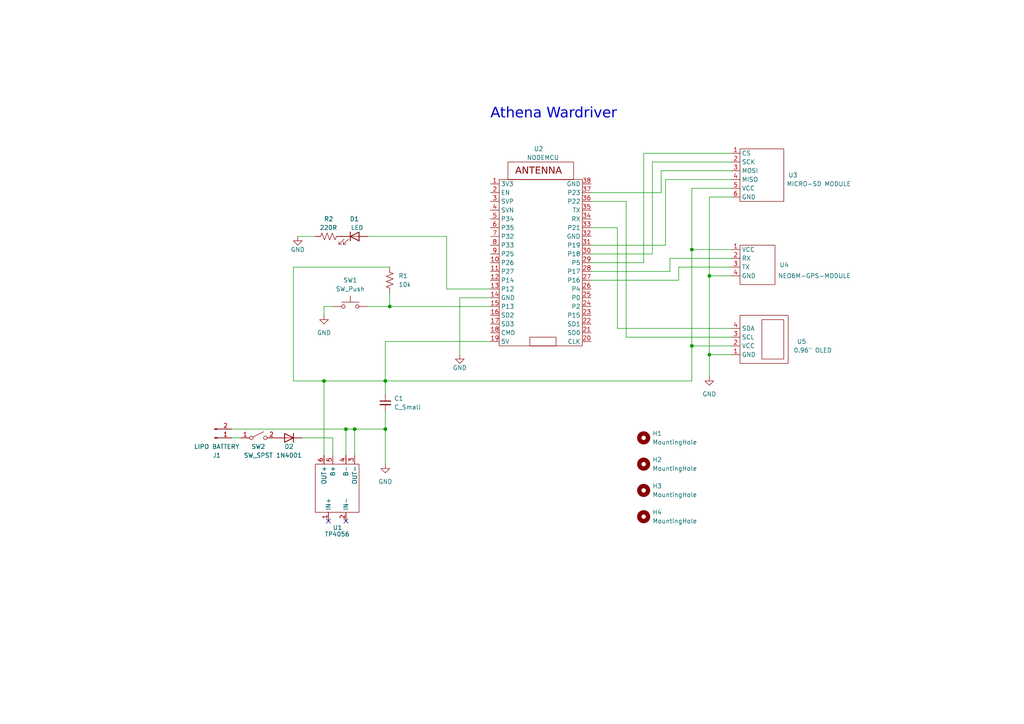
<source format=kicad_sch>
(kicad_sch (version 20230121) (generator eeschema)
  (paper "A4")
  (lib_symbols
    (symbol "Connector:Conn_01x02_Pin" (pin_names (offset 1.016) hide)
      (property "Reference" "J" (at 0 2.54 0))
      (property "Value" "Conn_01x02_Pin" (at 0 -5.08 0))
      (symbol "Conn_01x02_Pin_1_1"
        (polyline (pts (xy 1.27 -2.54) (xy 0.8636 -2.54)) (stroke (width 0.1524)))
        (polyline (pts (xy 1.27 0) (xy 0.8636 0)) (stroke (width 0.1524)))
        (rectangle (start 0.8636 -2.413) (end 0 -2.667) (stroke (width 0.1524)) (fill (type outline)))
        (rectangle (start 0.8636 0.127) (end 0 -0.127) (stroke (width 0.1524)) (fill (type outline)))
        (pin passive line (at 5.08 0 180) (length 3.81) (name "Pin_1") (number "1"))
        (pin passive line (at 5.08 -2.54 180) (length 3.81) (name "Pin_2") (number "2"))
      )
    )
    (symbol "Device:C_Small" (pin_numbers hide) (pin_names (offset 0.254) hide)
      (property "Reference" "C" (at 0.254 1.778 0))
      (property "Value" "C_Small" (at 0.254 -2.032 0))
      (symbol "C_Small_0_1"
        (polyline (pts (xy -1.524 -0.508) (xy 1.524 -0.508)) (stroke (width 0.3302)))
        (polyline (pts (xy -1.524 0.508) (xy 1.524 0.508)) (stroke (width 0.3048)))
      )
      (symbol "C_Small_1_1"
        (pin passive line (at 0 2.54 270) (length 2.032) (name "~") (number "1"))
        (pin passive line (at 0 -2.54 90) (length 2.032) (name "~") (number "2"))
      )
    )
    (symbol "Device:LED" (pin_numbers hide) (pin_names (offset 1.016) hide)
      (property "Reference" "D" (at 0 2.54 0))
      (property "Value" "LED" (at 0 -2.54 0))
      (symbol "LED_0_1"
        (polyline (pts (xy -1.27 -1.27) (xy -1.27 1.27)) (stroke (width 0.254)))
        (polyline (pts (xy -1.27 0) (xy 1.27 0)))
        (polyline (pts (xy 1.27 -1.27) (xy 1.27 1.27) (xy -1.27 0) (xy 1.27 -1.27)) (stroke (width 0.254)))
        (polyline (pts (xy -3.048 -0.762) (xy -4.572 -2.286) (xy -3.81 -2.286) (xy -4.572 -2.286) (xy -4.572 -1.524)))
        (polyline (pts (xy -1.778 -0.762) (xy -3.302 -2.286) (xy -2.54 -2.286) (xy -3.302 -2.286) (xy -3.302 -1.524)))
      )
      (symbol "LED_1_1"
        (pin passive line (at -3.81 0 0) (length 2.54) (name "K") (number "1"))
        (pin passive line (at 3.81 0 180) (length 2.54) (name "A") (number "2"))
      )
    )
    (symbol "Device:R_US" (pin_numbers hide) (pin_names (offset 0))
      (property "Reference" "R" (at 2.54 0 90))
      (property "Value" "R_US" (at -2.54 0 90))
      (symbol "R_US_0_1"
        (polyline (pts (xy 0 -2.286) (xy 0 -2.54)))
        (polyline (pts (xy 0 2.286) (xy 0 2.54)))
        (polyline (pts (xy 0 -0.762) (xy 1.016 -1.143) (xy 0 -1.524) (xy -1.016 -1.905) (xy 0 -2.286)))
        (polyline (pts (xy 0 0.762) (xy 1.016 0.381) (xy 0 0) (xy -1.016 -0.381) (xy 0 -0.762)))
        (polyline (pts (xy 0 2.286) (xy 1.016 1.905) (xy 0 1.524) (xy -1.016 1.143) (xy 0 0.762)))
      )
      (symbol "R_US_1_1"
        (pin passive line (at 0 3.81 270) (length 1.27) (name "~") (number "1"))
        (pin passive line (at 0 -3.81 90) (length 1.27) (name "~") (number "2"))
      )
    )
    (symbol "Diode:1N4001" (pin_numbers hide) (pin_names hide)
      (property "Reference" "D" (at 0 2.54 0))
      (property "Value" "1N4001" (at 0 -2.54 0))
      (symbol "1N4001_0_1"
        (polyline (pts (xy -1.27 1.27) (xy -1.27 -1.27)) (stroke (width 0.254)))
        (polyline (pts (xy 1.27 0) (xy -1.27 0)))
        (polyline (pts (xy 1.27 1.27) (xy 1.27 -1.27) (xy -1.27 0) (xy 1.27 1.27)) (stroke (width 0.254)))
      )
      (symbol "1N4001_1_1"
        (pin passive line (at -3.81 0 0) (length 2.54) (name "K") (number "1"))
        (pin passive line (at 3.81 0 180) (length 2.54) (name "A") (number "2"))
      )
    )
    (symbol "Mechanical:MountingHole" (pin_names (offset 1.016))
      (property "Reference" "H" (at 0 5.08 0))
      (property "Value" "MountingHole" (at 0 3.175 0))
      (symbol "MountingHole_0_1"
        (circle (center 0 0) (radius 1.27) (stroke (width 1.27)))
      )
    )
    (symbol "Switch:SW_Push" (pin_numbers hide) (pin_names (offset 1.016) hide)
      (property "Reference" "SW" (at 1.27 2.54 0))
      (property "Value" "SW_Push" (at 0 -1.524 0))
      (symbol "SW_Push_0_1"
        (circle (center -2.032 0) (radius 0.508))
        (polyline (pts (xy 0 1.27) (xy 0 3.048)))
        (polyline (pts (xy 2.54 1.27) (xy -2.54 1.27)))
        (circle (center 2.032 0) (radius 0.508))
        (pin passive line (at -5.08 0 0) (length 2.54) (name "1") (number "1"))
        (pin passive line (at 5.08 0 180) (length 2.54) (name "2") (number "2"))
      )
    )
    (symbol "Switch:SW_SPST" (pin_names (offset 0) hide)
      (property "Reference" "SW" (at 0 3.175 0))
      (property "Value" "SW_SPST" (at 0 -2.54 0))
      (symbol "SW_SPST_0_0"
        (circle (center -2.032 0) (radius 0.508))
        (polyline (pts (xy -1.524 0.254) (xy 1.524 1.778)))
        (circle (center 2.032 0) (radius 0.508))
      )
      (symbol "SW_SPST_1_1"
        (pin passive line (at -5.08 0 0) (length 2.54) (name "A") (number "1"))
        (pin passive line (at 5.08 0 180) (length 2.54) (name "B") (number "2"))
      )
    )
    (symbol "custom-modules:AITHINKER-NODEMCU"
      (property "Reference" "U" (at 12.7 8.89 0))
      (property "Value" "NODEMCU" (at 12.7 6.35 0))
      (symbol "AITHINKER-NODEMCU_0_1"
        (rectangle (start 0 0) (end 24.13 -48.26))
        (rectangle (start 2.54 5.08) (end 21.59 0))
      )
      (symbol "AITHINKER-NODEMCU_1_1"
        (rectangle (start 8.89 -45.72) (end 16.51 -48.26))
        (text "ANTENNA" (at 11.43 2.54 0) (effects (font (size 2 2))))
        (pin input line (at -2.54 -1.27 0) (length 2.54) (name "3V3") (number "1"))
        (pin input line (at -2.54 -24.13 0) (length 2.54) (name "P26") (number "10"))
        (pin input line (at -2.54 -26.67 0) (length 2.54) (name "P27") (number "11"))
        (pin input line (at -2.54 -29.21 0) (length 2.54) (name "P14") (number "12"))
        (pin input line (at -2.54 -31.75 0) (length 2.54) (name "P12") (number "13"))
        (pin input line (at -2.54 -34.29 0) (length 2.54) (name "GND") (number "14"))
        (pin input line (at -2.54 -36.83 0) (length 2.54) (name "P13") (number "15"))
        (pin input line (at -2.54 -39.37 0) (length 2.54) (name "SD2") (number "16"))
        (pin input line (at -2.54 -41.91 0) (length 2.54) (name "SD3") (number "17"))
        (pin input line (at -2.54 -44.45 0) (length 2.54) (name "CMD") (number "18"))
        (pin input line (at -2.54 -46.99 0) (length 2.54) (name "5V") (number "19"))
        (pin input line (at -2.54 -3.81 0) (length 2.54) (name "EN") (number "2"))
        (pin input line (at 26.67 -46.99 180) (length 2.54) (name "CLK") (number "20"))
        (pin input line (at 26.67 -44.45 180) (length 2.54) (name "SD0") (number "21"))
        (pin input line (at 26.67 -41.91 180) (length 2.54) (name "SD1") (number "22"))
        (pin input line (at 26.67 -39.37 180) (length 2.54) (name "P15") (number "23"))
        (pin input line (at 26.67 -36.83 180) (length 2.54) (name "P2") (number "24"))
        (pin input line (at 26.67 -34.29 180) (length 2.54) (name "P0") (number "25"))
        (pin input line (at 26.67 -31.75 180) (length 2.54) (name "P4") (number "26"))
        (pin input line (at 26.67 -29.21 180) (length 2.54) (name "P16") (number "27"))
        (pin input line (at 26.67 -26.67 180) (length 2.54) (name "P17") (number "28"))
        (pin input line (at 26.67 -24.13 180) (length 2.54) (name "P5") (number "29"))
        (pin input line (at -2.54 -6.35 0) (length 2.54) (name "SVP") (number "3"))
        (pin input line (at 26.67 -21.59 180) (length 2.54) (name "P18") (number "30"))
        (pin input line (at 26.67 -19.05 180) (length 2.54) (name "P19") (number "31"))
        (pin input line (at 26.67 -16.51 180) (length 2.54) (name "GND") (number "32"))
        (pin input line (at 26.67 -13.97 180) (length 2.54) (name "P21") (number "33"))
        (pin input line (at 26.67 -11.43 180) (length 2.54) (name "RX") (number "34"))
        (pin input line (at 26.67 -8.89 180) (length 2.54) (name "TX") (number "35"))
        (pin input line (at 26.67 -6.35 180) (length 2.54) (name "P22") (number "36"))
        (pin input line (at 26.67 -3.81 180) (length 2.54) (name "P23") (number "37"))
        (pin input line (at 26.67 -1.27 180) (length 2.54) (name "GND") (number "38"))
        (pin input line (at -2.54 -8.89 0) (length 2.54) (name "SVN") (number "4"))
        (pin input line (at -2.54 -11.43 0) (length 2.54) (name "P34") (number "5"))
        (pin input line (at -2.54 -13.97 0) (length 2.54) (name "P35") (number "6"))
        (pin input line (at -2.54 -16.51 0) (length 2.54) (name "P32") (number "7"))
        (pin input line (at -2.54 -19.05 0) (length 2.54) (name "P33") (number "8"))
        (pin input line (at -2.54 -21.59 0) (length 2.54) (name "P25") (number "9"))
      )
    )
    (symbol "custom-modules:NEO6M-GPS-MODULE"
      (property "Reference" "U" (at 5.08 3.81 0))
      (property "Value" "NEO6M-GPS-MODULE" (at 5.08 1.27 0))
      (symbol "NEO6M-GPS-MODULE_0_1"
        (rectangle (start 0 0) (end 10.16 -11.43))
      )
      (symbol "NEO6M-GPS-MODULE_1_1"
        (pin input line (at -2.54 -1.27 0) (length 2.54) (name "VCC") (number "1"))
        (pin input line (at -2.54 -3.81 0) (length 2.54) (name "RX") (number "2"))
        (pin input line (at -2.54 -6.35 0) (length 2.54) (name "TX") (number "3"))
        (pin input line (at -2.54 -8.89 0) (length 2.54) (name "GND") (number "4"))
      )
    )
    (symbol "custom-modules:OLED-0.96{dblquote}"
      (property "Reference" "U" (at 6.35 -15.24 0))
      (property "Value" "0.96\" OLED " (at 7.62 -17.78 0))
      (symbol "OLED-0.96{dblquote}_0_1"
        (rectangle (start 0 0) (end 13.97 -13.97))
        (rectangle (start 1.27 -6.35) (end 12.7 -12.7))
      )
      (symbol "OLED-0.96{dblquote}_1_1"
        (pin bidirectional line (at 2.54 2.54 270) (length 2.54) (name "GND") (number "1"))
        (pin bidirectional line (at 5.08 2.54 270) (length 2.54) (name "VCC") (number "2"))
        (pin bidirectional line (at 7.62 2.54 270) (length 2.54) (name "SCL") (number "3"))
        (pin bidirectional line (at 10.16 2.54 270) (length 2.54) (name "SDA") (number "4"))
      )
    )
    (symbol "custom-modules:SD-CARD-MODULE"
      (property "Reference" "U" (at 6.35 1.27 0))
      (property "Value" "MICRO-SD MODULE" (at 5.08 -1.27 0))
      (symbol "SD-CARD-MODULE_0_1"
        (rectangle (start 0 -2.54) (end 12.7 -17.78))
      )
      (symbol "SD-CARD-MODULE_1_1"
        (pin input line (at -2.54 -3.81 0) (length 2.54) (name "CS") (number "1"))
        (pin input line (at -2.54 -6.35 0) (length 2.54) (name "SCK") (number "2"))
        (pin input line (at -2.54 -8.89 0) (length 2.54) (name "MOSI") (number "3"))
        (pin input line (at -2.54 -11.43 0) (length 2.54) (name "MISO") (number "4"))
        (pin input line (at -2.54 -13.97 0) (length 2.54) (name "VCC") (number "5"))
        (pin input line (at -2.54 -16.51 0) (length 2.54) (name "GND") (number "6"))
      )
    )
    (symbol "custom-modules:TP4056"
      (property "Reference" "U" (at 19.05 -2.54 0))
      (property "Value" "TP4056" (at 19.05 -5.08 0))
      (symbol "TP4056_0_1"
        (rectangle (start 11.43 -6.35) (end 25.4 -19.05))
      )
      (symbol "TP4056_1_1"
        (pin input line (at 8.89 -10.16 0) (length 2.54) (name "IN+") (number "1"))
        (pin input line (at 8.89 -15.24 0) (length 2.54) (name "IN-") (number "2"))
        (pin input line (at 27.94 -17.78 180) (length 2.54) (name "OUT-") (number "3"))
        (pin input line (at 27.94 -15.24 180) (length 2.54) (name "B-") (number "4"))
        (pin input line (at 27.94 -11.43 180) (length 2.54) (name "B+") (number "5"))
        (pin input line (at 27.94 -8.89 180) (length 2.54) (name "OUT+") (number "6"))
      )
    )
    (symbol "power:GND" (power) (pin_names (offset 0))
      (property "Value" "GND" (at 0 -3.81 0))
      (symbol "GND_0_1"
        (polyline (pts (xy 0 0) (xy 0 -1.27) (xy 1.27 -1.27) (xy 0 -2.54) (xy -1.27 -1.27) (xy 0 -1.27)))
      )
      (symbol "GND_1_1"
        (pin power_in line (at 0 0 270) (length 0) hide (name "GND") (number "1"))
      )
    )
  )
  (junction (at 205.74 80.01))
  (junction (at 102.87 124.46))
  (junction (at 111.76 124.46))
  (junction (at 113.03 88.9))
  (junction (at 200.66 72.39))
  (junction (at 205.74 102.87))
  (junction (at 200.66 100.33))
  (junction (at 93.98 110.49))
  (junction (at 111.76 110.49))
  (junction (at 100.33 124.46))
  (no_connect (at 100.33 151.13))
  (no_connect (at 95.25 151.13))
  (wire (pts (xy 85.09 110.49) (xy 93.98 110.49)))
  (wire (pts (xy 96.52 127) (xy 96.52 132.08)))
  (wire (pts (xy 179.07 66.04) (xy 171.45 66.04)))
  (wire (pts (xy 196.85 81.28) (xy 196.85 77.47)))
  (wire (pts (xy 189.23 73.66) (xy 171.45 73.66)))
  (wire (pts (xy 212.09 102.87) (xy 205.74 102.87)))
  (wire (pts (xy 85.09 77.47) (xy 85.09 110.49)))
  (wire (pts (xy 87.63 127) (xy 96.52 127)))
  (wire (pts (xy 194.31 78.74) (xy 171.45 78.74)))
  (wire (pts (xy 193.04 52.07) (xy 193.04 71.12)))
  (wire (pts (xy 212.09 46.99) (xy 189.23 46.99)))
  (wire (pts (xy 129.54 83.82) (xy 142.24 83.82)))
  (wire (pts (xy 212.09 72.39) (xy 200.66 72.39)))
  (wire (pts (xy 194.31 74.93) (xy 194.31 78.74)))
  (wire (pts (xy 205.74 80.01) (xy 205.74 102.87)))
  (wire (pts (xy 67.31 127) (xy 69.85 127)))
  (wire (pts (xy 113.03 88.9) (xy 106.68 88.9)))
  (wire (pts (xy 212.09 54.61) (xy 200.66 54.61)))
  (wire (pts (xy 189.23 46.99) (xy 189.23 73.66)))
  (wire (pts (xy 106.68 68.58) (xy 129.54 68.58)))
  (wire (pts (xy 171.45 76.2) (xy 186.69 76.2)))
  (wire (pts (xy 212.09 49.53) (xy 191.77 49.53)))
  (wire (pts (xy 86.36 68.58) (xy 91.44 68.58)))
  (wire (pts (xy 212.09 97.79) (xy 181.61 97.79)))
  (wire (pts (xy 212.09 95.25) (xy 179.07 95.25)))
  (wire (pts (xy 186.69 76.2) (xy 186.69 44.45)))
  (wire (pts (xy 113.03 85.09) (xy 113.03 88.9)))
  (wire (pts (xy 129.54 68.58) (xy 129.54 83.82)))
  (wire (pts (xy 181.61 97.79) (xy 181.61 58.42)))
  (wire (pts (xy 111.76 110.49) (xy 111.76 114.3)))
  (wire (pts (xy 96.52 88.9) (xy 93.98 88.9)))
  (wire (pts (xy 212.09 74.93) (xy 194.31 74.93)))
  (wire (pts (xy 93.98 132.08) (xy 93.98 110.49)))
  (wire (pts (xy 102.87 124.46) (xy 100.33 124.46)))
  (wire (pts (xy 181.61 58.42) (xy 171.45 58.42)))
  (wire (pts (xy 193.04 71.12) (xy 171.45 71.12)))
  (wire (pts (xy 111.76 99.06) (xy 142.24 99.06)))
  (wire (pts (xy 205.74 102.87) (xy 205.74 109.22)))
  (wire (pts (xy 191.77 55.88) (xy 171.45 55.88)))
  (wire (pts (xy 212.09 52.07) (xy 193.04 52.07)))
  (wire (pts (xy 133.35 86.36) (xy 142.24 86.36)))
  (wire (pts (xy 133.35 102.87) (xy 133.35 86.36)))
  (wire (pts (xy 212.09 57.15) (xy 205.74 57.15)))
  (wire (pts (xy 93.98 110.49) (xy 111.76 110.49)))
  (wire (pts (xy 102.87 132.08) (xy 102.87 124.46)))
  (wire (pts (xy 100.33 124.46) (xy 100.33 132.08)))
  (wire (pts (xy 200.66 100.33) (xy 212.09 100.33)))
  (wire (pts (xy 200.66 72.39) (xy 200.66 100.33)))
  (wire (pts (xy 111.76 110.49) (xy 200.66 110.49)))
  (wire (pts (xy 200.66 110.49) (xy 200.66 100.33)))
  (wire (pts (xy 113.03 77.47) (xy 85.09 77.47)))
  (wire (pts (xy 111.76 110.49) (xy 111.76 99.06)))
  (wire (pts (xy 171.45 81.28) (xy 196.85 81.28)))
  (wire (pts (xy 113.03 88.9) (xy 142.24 88.9)))
  (wire (pts (xy 212.09 80.01) (xy 205.74 80.01)))
  (wire (pts (xy 93.98 88.9) (xy 93.98 91.44)))
  (wire (pts (xy 186.69 44.45) (xy 212.09 44.45)))
  (wire (pts (xy 179.07 95.25) (xy 179.07 66.04)))
  (wire (pts (xy 111.76 124.46) (xy 102.87 124.46)))
  (wire (pts (xy 205.74 57.15) (xy 205.74 80.01)))
  (wire (pts (xy 191.77 49.53) (xy 191.77 55.88)))
  (wire (pts (xy 200.66 54.61) (xy 200.66 72.39)))
  (wire (pts (xy 67.31 124.46) (xy 100.33 124.46)))
  (wire (pts (xy 111.76 134.62) (xy 111.76 124.46)))
  (wire (pts (xy 196.85 77.47) (xy 212.09 77.47)))
  (wire (pts (xy 111.76 119.38) (xy 111.76 124.46)))
  (text "Athena Wardriver\n" (at 142.24 35.56 0) (effects (font (size 3 3)) (justify left bottom)))
  (symbol (lib_id "Switch:SW_SPST") (at 74.93 127 0) (unit 1)
    (property "Reference" "SW2" (at 74.93 129.54 0))
    (property "Value" "SW_SPST" (at 74.93 132.08 0))
    (property "Footprint" "Connector_PinHeader_2.54mm:PinHeader_1x02_P2.54mm_Vertical" (effects hide))
  )
  (symbol (lib_id "Device:R_US") (at 95.25 68.58 270) (unit 1)
    (property "Reference" "R2" (at 93.98 63.5 90) (effects (justify left)))
    (property "Value" "220R" (at 92.71 66.04 90) (effects (justify left)))
    (property "Footprint" "Resistor_THT:R_Axial_DIN0309_L9.0mm_D3.2mm_P15.24mm_Horizontal" (effects hide))
  )
  (symbol (lib_id "custom-modules:TP4056") (at 85.09 160.02 90) (unit 1)
    (property "Reference" "U1" (at 96.52 153.035 90) (effects (justify right)))
    (property "Value" "TP4056" (at 97.79 154.94 90))
    (property "Footprint" "custom-modules:TP4056" (effects hide))
  )
  (symbol (lib_id "Connector:Conn_01x02_Pin") (at 62.23 127 0) (mirror x) (unit 1)
    (property "Reference" "J1" (at 62.865 132.08 0))
    (property "Value" "LIPO BATTERY" (at 62.865 129.54 0))
    (property "Footprint" "Connector_PinHeader_2.54mm:PinHeader_1x02_P2.54mm_Vertical" (effects hide))
  )
  (symbol (lib_id "power:GND") (at 111.76 134.62 0) (unit 1)
    (property "Reference" "#PWR04" (effects hide))
    (property "Value" "GND" (at 111.76 139.7 0))
  )
  (symbol (lib_id "Switch:SW_Push") (at 101.6 88.9 0) (unit 1)
    (property "Reference" "SW1" (at 101.6 81.28 0))
    (property "Value" "SW_Push" (at 101.6 83.82 0))
    (property "Footprint" "Button_Switch_THT:SW_PUSH_6mm_H5mm" (effects hide))
  )
  (symbol (lib_id "power:GND") (at 133.35 102.87 0) (unit 1)
    (property "Reference" "#PWR05" (effects hide))
    (property "Value" "GND" (at 133.35 106.68 0))
  )
  (symbol (lib_id "custom-modules:NEO6M-GPS-MODULE") (at 214.63 71.12 0) (unit 1)
    (property "Reference" "U4" (at 226.06 76.835 0) (effects (justify left)))
    (property "Value" "NEO6M-GPS-MODULE" (at 236.22 80.01 0))
    (property "Footprint" "custom-modules:NEO6M-GPS-MODULE" (effects hide))
  )
  (symbol (lib_id "Device:LED") (at 102.87 68.58 0) (unit 1)
    (property "Reference" "D1" (at 104.14 63.5 0) (effects (justify right)))
    (property "Value" "LED" (at 105.41 66.04 0) (effects (justify right)))
    (property "Footprint" "LED_THT:LED_D5.0mm" (effects hide))
  )
  (symbol (lib_id "power:GND") (at 205.74 109.22 0) (unit 1)
    (property "Reference" "#PWR01" (effects hide))
    (property "Value" "GND" (at 205.74 114.3 0))
  )
  (symbol (lib_id "Diode:1N4001") (at 83.82 127 180) (unit 1)
    (property "Reference" "D2" (at 83.82 129.54 0))
    (property "Value" "1N4001" (at 83.82 132.08 0))
    (property "Footprint" "Diode_THT:D_DO-41_SOD81_P10.16mm_Horizontal" (effects hide))
    (property "Datasheet" "http://www.vishay.com/docs/88503/1n4001.pdf" (effects hide))
    (property "Sim.Device" "D" (effects hide))
    (property "Sim.Pins" "1=K 2=A" (effects hide))
  )
  (symbol (lib_id "Device:R_US") (at 113.03 81.28 0) (unit 1)
    (property "Reference" "R1" (at 115.57 80.01 0) (effects (justify left)))
    (property "Value" "10k" (at 115.57 82.55 0) (effects (justify left)))
    (property "Footprint" "Resistor_THT:R_Axial_DIN0309_L9.0mm_D3.2mm_P15.24mm_Horizontal" (effects hide))
  )
  (symbol (lib_id "power:GND") (at 86.36 68.58 0) (unit 1)
    (property "Reference" "#PWR03" (effects hide))
    (property "Value" "GND" (at 86.36 72.39 0))
  )
  (symbol (lib_id "Mechanical:MountingHole") (at 186.69 142.24 0) (unit 1)
    (property "Reference" "H3" (at 189.23 140.97 0) (effects (justify left)))
    (property "Value" "MountingHole" (at 189.23 143.51 0) (effects (justify left)))
    (property "Footprint" "MountingHole:MountingHole_2.5mm" (effects hide))
  )
  (symbol (lib_id "power:GND") (at 93.98 91.44 0) (unit 1)
    (property "Reference" "#PWR02" (effects hide))
    (property "Value" "GND" (at 93.98 96.52 0))
  )
  (symbol (lib_id "custom-modules:SD-CARD-MODULE") (at 214.63 40.64 0) (unit 1)
    (property "Reference" "U3" (at 228.6 50.8 0) (effects (justify left)))
    (property "Value" "MICRO-SD MODULE" (at 237.49 53.34 0))
    (property "Footprint" "custom-modules:MICRO-SD-CARD-MODULE" (effects hide))
  )
  (symbol (lib_id "Mechanical:MountingHole") (at 186.69 127 0) (unit 1)
    (property "Reference" "H1" (at 189.23 125.73 0) (effects (justify left)))
    (property "Value" "MountingHole" (at 189.23 128.27 0) (effects (justify left)))
    (property "Footprint" "MountingHole:MountingHole_2.5mm" (effects hide))
  )
  (symbol (lib_id "custom-modules:AITHINKER-NODEMCU") (at 144.78 52.07 0) (unit 1)
    (property "Reference" "U2" (at 156.21 43.18 0))
    (property "Value" "NODEMCU" (at 157.48 45.72 0))
    (property "Footprint" "custom-modules:AI-THINKER-NODEMCU" (effects hide))
  )
  (symbol (lib_id "custom-modules:OLED-0.96{dblquote}") (at 214.63 105.41 90) (unit 1)
    (property "Reference" "U5" (at 231.14 99.06 90) (effects (justify right)))
    (property "Value" "0.96\" OLED " (at 236.22 101.6 90))
    (property "Footprint" "custom-modules:oled-ssd1306" (effects hide))
  )
  (symbol (lib_id "Mechanical:MountingHole") (at 186.69 134.62 0) (unit 1)
    (property "Reference" "H2" (at 189.23 133.35 0) (effects (justify left)))
    (property "Value" "MountingHole" (at 189.23 135.89 0) (effects (justify left)))
    (property "Footprint" "MountingHole:MountingHole_2.5mm" (effects hide))
  )
  (symbol (lib_id "Mechanical:MountingHole") (at 186.69 149.86 0) (unit 1)
    (property "Reference" "H4" (at 189.23 148.59 0) (effects (justify left)))
    (property "Value" "MountingHole" (at 189.23 151.13 0) (effects (justify left)))
    (property "Footprint" "MountingHole:MountingHole_2.5mm" (effects hide))
  )
  (symbol (lib_id "Device:C_Small") (at 111.76 116.84 0) (unit 1)
    (property "Reference" "C1" (at 114.3 115.5763 0) (effects (justify left)))
    (property "Value" "C_Small" (at 114.3 118.1163 0) (effects (justify left)))
    (property "Footprint" "Capacitor_THT:CP_Radial_D5.0mm_P2.50mm" (effects hide))
  )
)
</source>
